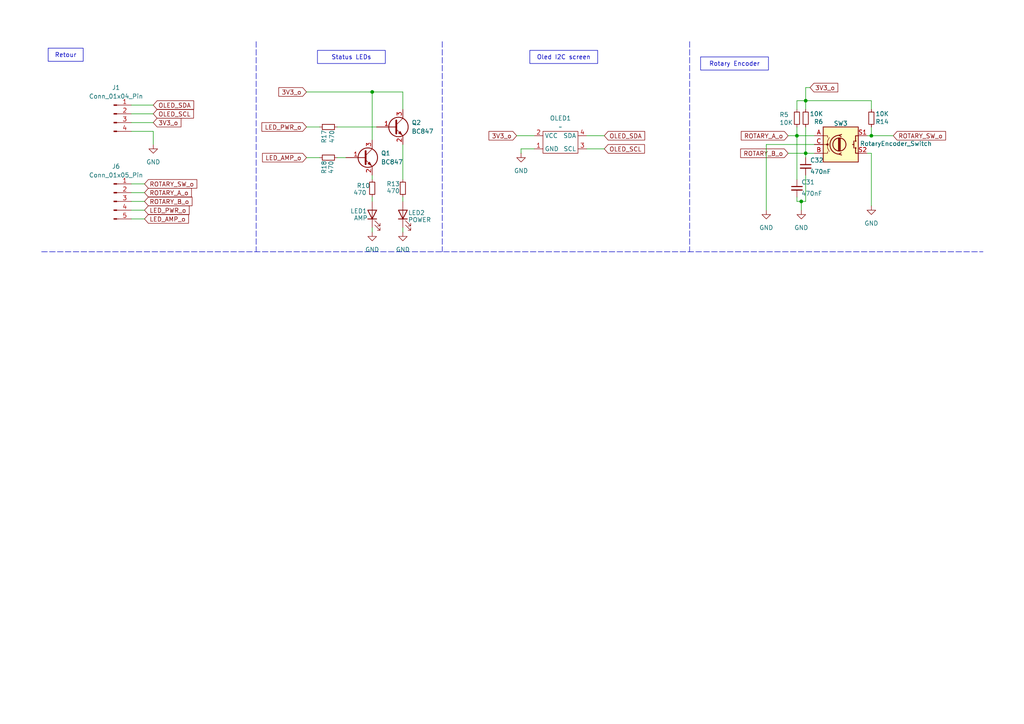
<source format=kicad_sch>
(kicad_sch
	(version 20231120)
	(generator "eeschema")
	(generator_version "8.0")
	(uuid "feb6789d-0c50-4b59-8dd6-08b85df4804b")
	(paper "A4")
	(lib_symbols
		(symbol "Connector:Conn_01x04_Pin"
			(pin_names
				(offset 1.016) hide)
			(exclude_from_sim no)
			(in_bom yes)
			(on_board yes)
			(property "Reference" "J"
				(at 0 5.08 0)
				(effects
					(font
						(size 1.27 1.27)
					)
				)
			)
			(property "Value" "Conn_01x04_Pin"
				(at 0 -7.62 0)
				(effects
					(font
						(size 1.27 1.27)
					)
				)
			)
			(property "Footprint" ""
				(at 0 0 0)
				(effects
					(font
						(size 1.27 1.27)
					)
					(hide yes)
				)
			)
			(property "Datasheet" "~"
				(at 0 0 0)
				(effects
					(font
						(size 1.27 1.27)
					)
					(hide yes)
				)
			)
			(property "Description" "Generic connector, single row, 01x04, script generated"
				(at 0 0 0)
				(effects
					(font
						(size 1.27 1.27)
					)
					(hide yes)
				)
			)
			(property "ki_locked" ""
				(at 0 0 0)
				(effects
					(font
						(size 1.27 1.27)
					)
				)
			)
			(property "ki_keywords" "connector"
				(at 0 0 0)
				(effects
					(font
						(size 1.27 1.27)
					)
					(hide yes)
				)
			)
			(property "ki_fp_filters" "Connector*:*_1x??_*"
				(at 0 0 0)
				(effects
					(font
						(size 1.27 1.27)
					)
					(hide yes)
				)
			)
			(symbol "Conn_01x04_Pin_1_1"
				(polyline
					(pts
						(xy 1.27 -5.08) (xy 0.8636 -5.08)
					)
					(stroke
						(width 0.1524)
						(type default)
					)
					(fill
						(type none)
					)
				)
				(polyline
					(pts
						(xy 1.27 -2.54) (xy 0.8636 -2.54)
					)
					(stroke
						(width 0.1524)
						(type default)
					)
					(fill
						(type none)
					)
				)
				(polyline
					(pts
						(xy 1.27 0) (xy 0.8636 0)
					)
					(stroke
						(width 0.1524)
						(type default)
					)
					(fill
						(type none)
					)
				)
				(polyline
					(pts
						(xy 1.27 2.54) (xy 0.8636 2.54)
					)
					(stroke
						(width 0.1524)
						(type default)
					)
					(fill
						(type none)
					)
				)
				(rectangle
					(start 0.8636 -4.953)
					(end 0 -5.207)
					(stroke
						(width 0.1524)
						(type default)
					)
					(fill
						(type outline)
					)
				)
				(rectangle
					(start 0.8636 -2.413)
					(end 0 -2.667)
					(stroke
						(width 0.1524)
						(type default)
					)
					(fill
						(type outline)
					)
				)
				(rectangle
					(start 0.8636 0.127)
					(end 0 -0.127)
					(stroke
						(width 0.1524)
						(type default)
					)
					(fill
						(type outline)
					)
				)
				(rectangle
					(start 0.8636 2.667)
					(end 0 2.413)
					(stroke
						(width 0.1524)
						(type default)
					)
					(fill
						(type outline)
					)
				)
				(pin passive line
					(at 5.08 2.54 180)
					(length 3.81)
					(name "Pin_1"
						(effects
							(font
								(size 1.27 1.27)
							)
						)
					)
					(number "1"
						(effects
							(font
								(size 1.27 1.27)
							)
						)
					)
				)
				(pin passive line
					(at 5.08 0 180)
					(length 3.81)
					(name "Pin_2"
						(effects
							(font
								(size 1.27 1.27)
							)
						)
					)
					(number "2"
						(effects
							(font
								(size 1.27 1.27)
							)
						)
					)
				)
				(pin passive line
					(at 5.08 -2.54 180)
					(length 3.81)
					(name "Pin_3"
						(effects
							(font
								(size 1.27 1.27)
							)
						)
					)
					(number "3"
						(effects
							(font
								(size 1.27 1.27)
							)
						)
					)
				)
				(pin passive line
					(at 5.08 -5.08 180)
					(length 3.81)
					(name "Pin_4"
						(effects
							(font
								(size 1.27 1.27)
							)
						)
					)
					(number "4"
						(effects
							(font
								(size 1.27 1.27)
							)
						)
					)
				)
			)
		)
		(symbol "Connector:Conn_01x05_Pin"
			(pin_names
				(offset 1.016) hide)
			(exclude_from_sim no)
			(in_bom yes)
			(on_board yes)
			(property "Reference" "J"
				(at 0 7.62 0)
				(effects
					(font
						(size 1.27 1.27)
					)
				)
			)
			(property "Value" "Conn_01x05_Pin"
				(at 0 -7.62 0)
				(effects
					(font
						(size 1.27 1.27)
					)
				)
			)
			(property "Footprint" ""
				(at 0 0 0)
				(effects
					(font
						(size 1.27 1.27)
					)
					(hide yes)
				)
			)
			(property "Datasheet" "~"
				(at 0 0 0)
				(effects
					(font
						(size 1.27 1.27)
					)
					(hide yes)
				)
			)
			(property "Description" "Generic connector, single row, 01x05, script generated"
				(at 0 0 0)
				(effects
					(font
						(size 1.27 1.27)
					)
					(hide yes)
				)
			)
			(property "ki_locked" ""
				(at 0 0 0)
				(effects
					(font
						(size 1.27 1.27)
					)
				)
			)
			(property "ki_keywords" "connector"
				(at 0 0 0)
				(effects
					(font
						(size 1.27 1.27)
					)
					(hide yes)
				)
			)
			(property "ki_fp_filters" "Connector*:*_1x??_*"
				(at 0 0 0)
				(effects
					(font
						(size 1.27 1.27)
					)
					(hide yes)
				)
			)
			(symbol "Conn_01x05_Pin_1_1"
				(polyline
					(pts
						(xy 1.27 -5.08) (xy 0.8636 -5.08)
					)
					(stroke
						(width 0.1524)
						(type default)
					)
					(fill
						(type none)
					)
				)
				(polyline
					(pts
						(xy 1.27 -2.54) (xy 0.8636 -2.54)
					)
					(stroke
						(width 0.1524)
						(type default)
					)
					(fill
						(type none)
					)
				)
				(polyline
					(pts
						(xy 1.27 0) (xy 0.8636 0)
					)
					(stroke
						(width 0.1524)
						(type default)
					)
					(fill
						(type none)
					)
				)
				(polyline
					(pts
						(xy 1.27 2.54) (xy 0.8636 2.54)
					)
					(stroke
						(width 0.1524)
						(type default)
					)
					(fill
						(type none)
					)
				)
				(polyline
					(pts
						(xy 1.27 5.08) (xy 0.8636 5.08)
					)
					(stroke
						(width 0.1524)
						(type default)
					)
					(fill
						(type none)
					)
				)
				(rectangle
					(start 0.8636 -4.953)
					(end 0 -5.207)
					(stroke
						(width 0.1524)
						(type default)
					)
					(fill
						(type outline)
					)
				)
				(rectangle
					(start 0.8636 -2.413)
					(end 0 -2.667)
					(stroke
						(width 0.1524)
						(type default)
					)
					(fill
						(type outline)
					)
				)
				(rectangle
					(start 0.8636 0.127)
					(end 0 -0.127)
					(stroke
						(width 0.1524)
						(type default)
					)
					(fill
						(type outline)
					)
				)
				(rectangle
					(start 0.8636 2.667)
					(end 0 2.413)
					(stroke
						(width 0.1524)
						(type default)
					)
					(fill
						(type outline)
					)
				)
				(rectangle
					(start 0.8636 5.207)
					(end 0 4.953)
					(stroke
						(width 0.1524)
						(type default)
					)
					(fill
						(type outline)
					)
				)
				(pin passive line
					(at 5.08 5.08 180)
					(length 3.81)
					(name "Pin_1"
						(effects
							(font
								(size 1.27 1.27)
							)
						)
					)
					(number "1"
						(effects
							(font
								(size 1.27 1.27)
							)
						)
					)
				)
				(pin passive line
					(at 5.08 2.54 180)
					(length 3.81)
					(name "Pin_2"
						(effects
							(font
								(size 1.27 1.27)
							)
						)
					)
					(number "2"
						(effects
							(font
								(size 1.27 1.27)
							)
						)
					)
				)
				(pin passive line
					(at 5.08 0 180)
					(length 3.81)
					(name "Pin_3"
						(effects
							(font
								(size 1.27 1.27)
							)
						)
					)
					(number "3"
						(effects
							(font
								(size 1.27 1.27)
							)
						)
					)
				)
				(pin passive line
					(at 5.08 -2.54 180)
					(length 3.81)
					(name "Pin_4"
						(effects
							(font
								(size 1.27 1.27)
							)
						)
					)
					(number "4"
						(effects
							(font
								(size 1.27 1.27)
							)
						)
					)
				)
				(pin passive line
					(at 5.08 -5.08 180)
					(length 3.81)
					(name "Pin_5"
						(effects
							(font
								(size 1.27 1.27)
							)
						)
					)
					(number "5"
						(effects
							(font
								(size 1.27 1.27)
							)
						)
					)
				)
			)
		)
		(symbol "Device:C_Small"
			(pin_numbers hide)
			(pin_names
				(offset 0.254) hide)
			(exclude_from_sim no)
			(in_bom yes)
			(on_board yes)
			(property "Reference" "C"
				(at 0.254 1.778 0)
				(effects
					(font
						(size 1.27 1.27)
					)
					(justify left)
				)
			)
			(property "Value" "C_Small"
				(at 0.254 -2.032 0)
				(effects
					(font
						(size 1.27 1.27)
					)
					(justify left)
				)
			)
			(property "Footprint" ""
				(at 0 0 0)
				(effects
					(font
						(size 1.27 1.27)
					)
					(hide yes)
				)
			)
			(property "Datasheet" "~"
				(at 0 0 0)
				(effects
					(font
						(size 1.27 1.27)
					)
					(hide yes)
				)
			)
			(property "Description" "Unpolarized capacitor, small symbol"
				(at 0 0 0)
				(effects
					(font
						(size 1.27 1.27)
					)
					(hide yes)
				)
			)
			(property "ki_keywords" "capacitor cap"
				(at 0 0 0)
				(effects
					(font
						(size 1.27 1.27)
					)
					(hide yes)
				)
			)
			(property "ki_fp_filters" "C_*"
				(at 0 0 0)
				(effects
					(font
						(size 1.27 1.27)
					)
					(hide yes)
				)
			)
			(symbol "C_Small_0_1"
				(polyline
					(pts
						(xy -1.524 -0.508) (xy 1.524 -0.508)
					)
					(stroke
						(width 0.3302)
						(type default)
					)
					(fill
						(type none)
					)
				)
				(polyline
					(pts
						(xy -1.524 0.508) (xy 1.524 0.508)
					)
					(stroke
						(width 0.3048)
						(type default)
					)
					(fill
						(type none)
					)
				)
			)
			(symbol "C_Small_1_1"
				(pin passive line
					(at 0 2.54 270)
					(length 2.032)
					(name "~"
						(effects
							(font
								(size 1.27 1.27)
							)
						)
					)
					(number "1"
						(effects
							(font
								(size 1.27 1.27)
							)
						)
					)
				)
				(pin passive line
					(at 0 -2.54 90)
					(length 2.032)
					(name "~"
						(effects
							(font
								(size 1.27 1.27)
							)
						)
					)
					(number "2"
						(effects
							(font
								(size 1.27 1.27)
							)
						)
					)
				)
			)
		)
		(symbol "Device:LED"
			(pin_numbers hide)
			(pin_names
				(offset 1.016) hide)
			(exclude_from_sim no)
			(in_bom yes)
			(on_board yes)
			(property "Reference" "D"
				(at 0 2.54 0)
				(effects
					(font
						(size 1.27 1.27)
					)
				)
			)
			(property "Value" "LED"
				(at 0 -2.54 0)
				(effects
					(font
						(size 1.27 1.27)
					)
				)
			)
			(property "Footprint" ""
				(at 0 0 0)
				(effects
					(font
						(size 1.27 1.27)
					)
					(hide yes)
				)
			)
			(property "Datasheet" "~"
				(at 0 0 0)
				(effects
					(font
						(size 1.27 1.27)
					)
					(hide yes)
				)
			)
			(property "Description" "Light emitting diode"
				(at 0 0 0)
				(effects
					(font
						(size 1.27 1.27)
					)
					(hide yes)
				)
			)
			(property "ki_keywords" "LED diode"
				(at 0 0 0)
				(effects
					(font
						(size 1.27 1.27)
					)
					(hide yes)
				)
			)
			(property "ki_fp_filters" "LED* LED_SMD:* LED_THT:*"
				(at 0 0 0)
				(effects
					(font
						(size 1.27 1.27)
					)
					(hide yes)
				)
			)
			(symbol "LED_0_1"
				(polyline
					(pts
						(xy -1.27 -1.27) (xy -1.27 1.27)
					)
					(stroke
						(width 0.254)
						(type default)
					)
					(fill
						(type none)
					)
				)
				(polyline
					(pts
						(xy -1.27 0) (xy 1.27 0)
					)
					(stroke
						(width 0)
						(type default)
					)
					(fill
						(type none)
					)
				)
				(polyline
					(pts
						(xy 1.27 -1.27) (xy 1.27 1.27) (xy -1.27 0) (xy 1.27 -1.27)
					)
					(stroke
						(width 0.254)
						(type default)
					)
					(fill
						(type none)
					)
				)
				(polyline
					(pts
						(xy -3.048 -0.762) (xy -4.572 -2.286) (xy -3.81 -2.286) (xy -4.572 -2.286) (xy -4.572 -1.524)
					)
					(stroke
						(width 0)
						(type default)
					)
					(fill
						(type none)
					)
				)
				(polyline
					(pts
						(xy -1.778 -0.762) (xy -3.302 -2.286) (xy -2.54 -2.286) (xy -3.302 -2.286) (xy -3.302 -1.524)
					)
					(stroke
						(width 0)
						(type default)
					)
					(fill
						(type none)
					)
				)
			)
			(symbol "LED_1_1"
				(pin passive line
					(at -3.81 0 0)
					(length 2.54)
					(name "K"
						(effects
							(font
								(size 1.27 1.27)
							)
						)
					)
					(number "1"
						(effects
							(font
								(size 1.27 1.27)
							)
						)
					)
				)
				(pin passive line
					(at 3.81 0 180)
					(length 2.54)
					(name "A"
						(effects
							(font
								(size 1.27 1.27)
							)
						)
					)
					(number "2"
						(effects
							(font
								(size 1.27 1.27)
							)
						)
					)
				)
			)
		)
		(symbol "Device:R_Small"
			(pin_numbers hide)
			(pin_names
				(offset 0.254) hide)
			(exclude_from_sim no)
			(in_bom yes)
			(on_board yes)
			(property "Reference" "R"
				(at 0.762 0.508 0)
				(effects
					(font
						(size 1.27 1.27)
					)
					(justify left)
				)
			)
			(property "Value" "R_Small"
				(at 0.762 -1.016 0)
				(effects
					(font
						(size 1.27 1.27)
					)
					(justify left)
				)
			)
			(property "Footprint" ""
				(at 0 0 0)
				(effects
					(font
						(size 1.27 1.27)
					)
					(hide yes)
				)
			)
			(property "Datasheet" "~"
				(at 0 0 0)
				(effects
					(font
						(size 1.27 1.27)
					)
					(hide yes)
				)
			)
			(property "Description" "Resistor, small symbol"
				(at 0 0 0)
				(effects
					(font
						(size 1.27 1.27)
					)
					(hide yes)
				)
			)
			(property "ki_keywords" "R resistor"
				(at 0 0 0)
				(effects
					(font
						(size 1.27 1.27)
					)
					(hide yes)
				)
			)
			(property "ki_fp_filters" "R_*"
				(at 0 0 0)
				(effects
					(font
						(size 1.27 1.27)
					)
					(hide yes)
				)
			)
			(symbol "R_Small_0_1"
				(rectangle
					(start -0.762 1.778)
					(end 0.762 -1.778)
					(stroke
						(width 0.2032)
						(type default)
					)
					(fill
						(type none)
					)
				)
			)
			(symbol "R_Small_1_1"
				(pin passive line
					(at 0 2.54 270)
					(length 0.762)
					(name "~"
						(effects
							(font
								(size 1.27 1.27)
							)
						)
					)
					(number "1"
						(effects
							(font
								(size 1.27 1.27)
							)
						)
					)
				)
				(pin passive line
					(at 0 -2.54 90)
					(length 0.762)
					(name "~"
						(effects
							(font
								(size 1.27 1.27)
							)
						)
					)
					(number "2"
						(effects
							(font
								(size 1.27 1.27)
							)
						)
					)
				)
			)
		)
		(symbol "Device:RotaryEncoder_Switch"
			(pin_names
				(offset 0.254) hide)
			(exclude_from_sim no)
			(in_bom yes)
			(on_board yes)
			(property "Reference" "SW"
				(at 0 6.604 0)
				(effects
					(font
						(size 1.27 1.27)
					)
				)
			)
			(property "Value" "RotaryEncoder_Switch"
				(at 0 -6.604 0)
				(effects
					(font
						(size 1.27 1.27)
					)
				)
			)
			(property "Footprint" ""
				(at -3.81 4.064 0)
				(effects
					(font
						(size 1.27 1.27)
					)
					(hide yes)
				)
			)
			(property "Datasheet" "~"
				(at 0 6.604 0)
				(effects
					(font
						(size 1.27 1.27)
					)
					(hide yes)
				)
			)
			(property "Description" "Rotary encoder, dual channel, incremental quadrate outputs, with switch"
				(at 0 0 0)
				(effects
					(font
						(size 1.27 1.27)
					)
					(hide yes)
				)
			)
			(property "ki_keywords" "rotary switch encoder switch push button"
				(at 0 0 0)
				(effects
					(font
						(size 1.27 1.27)
					)
					(hide yes)
				)
			)
			(property "ki_fp_filters" "RotaryEncoder*Switch*"
				(at 0 0 0)
				(effects
					(font
						(size 1.27 1.27)
					)
					(hide yes)
				)
			)
			(symbol "RotaryEncoder_Switch_0_1"
				(rectangle
					(start -5.08 5.08)
					(end 5.08 -5.08)
					(stroke
						(width 0.254)
						(type default)
					)
					(fill
						(type background)
					)
				)
				(circle
					(center -3.81 0)
					(radius 0.254)
					(stroke
						(width 0)
						(type default)
					)
					(fill
						(type outline)
					)
				)
				(circle
					(center -0.381 0)
					(radius 1.905)
					(stroke
						(width 0.254)
						(type default)
					)
					(fill
						(type none)
					)
				)
				(arc
					(start -0.381 2.667)
					(mid -3.0988 -0.0635)
					(end -0.381 -2.794)
					(stroke
						(width 0.254)
						(type default)
					)
					(fill
						(type none)
					)
				)
				(polyline
					(pts
						(xy -0.635 -1.778) (xy -0.635 1.778)
					)
					(stroke
						(width 0.254)
						(type default)
					)
					(fill
						(type none)
					)
				)
				(polyline
					(pts
						(xy -0.381 -1.778) (xy -0.381 1.778)
					)
					(stroke
						(width 0.254)
						(type default)
					)
					(fill
						(type none)
					)
				)
				(polyline
					(pts
						(xy -0.127 1.778) (xy -0.127 -1.778)
					)
					(stroke
						(width 0.254)
						(type default)
					)
					(fill
						(type none)
					)
				)
				(polyline
					(pts
						(xy 3.81 0) (xy 3.429 0)
					)
					(stroke
						(width 0.254)
						(type default)
					)
					(fill
						(type none)
					)
				)
				(polyline
					(pts
						(xy 3.81 1.016) (xy 3.81 -1.016)
					)
					(stroke
						(width 0.254)
						(type default)
					)
					(fill
						(type none)
					)
				)
				(polyline
					(pts
						(xy -5.08 -2.54) (xy -3.81 -2.54) (xy -3.81 -2.032)
					)
					(stroke
						(width 0)
						(type default)
					)
					(fill
						(type none)
					)
				)
				(polyline
					(pts
						(xy -5.08 2.54) (xy -3.81 2.54) (xy -3.81 2.032)
					)
					(stroke
						(width 0)
						(type default)
					)
					(fill
						(type none)
					)
				)
				(polyline
					(pts
						(xy 0.254 -3.048) (xy -0.508 -2.794) (xy 0.127 -2.413)
					)
					(stroke
						(width 0.254)
						(type default)
					)
					(fill
						(type none)
					)
				)
				(polyline
					(pts
						(xy 0.254 2.921) (xy -0.508 2.667) (xy 0.127 2.286)
					)
					(stroke
						(width 0.254)
						(type default)
					)
					(fill
						(type none)
					)
				)
				(polyline
					(pts
						(xy 5.08 -2.54) (xy 4.318 -2.54) (xy 4.318 -1.016)
					)
					(stroke
						(width 0.254)
						(type default)
					)
					(fill
						(type none)
					)
				)
				(polyline
					(pts
						(xy 5.08 2.54) (xy 4.318 2.54) (xy 4.318 1.016)
					)
					(stroke
						(width 0.254)
						(type default)
					)
					(fill
						(type none)
					)
				)
				(polyline
					(pts
						(xy -5.08 0) (xy -3.81 0) (xy -3.81 -1.016) (xy -3.302 -2.032)
					)
					(stroke
						(width 0)
						(type default)
					)
					(fill
						(type none)
					)
				)
				(polyline
					(pts
						(xy -4.318 0) (xy -3.81 0) (xy -3.81 1.016) (xy -3.302 2.032)
					)
					(stroke
						(width 0)
						(type default)
					)
					(fill
						(type none)
					)
				)
				(circle
					(center 4.318 -1.016)
					(radius 0.127)
					(stroke
						(width 0.254)
						(type default)
					)
					(fill
						(type none)
					)
				)
				(circle
					(center 4.318 1.016)
					(radius 0.127)
					(stroke
						(width 0.254)
						(type default)
					)
					(fill
						(type none)
					)
				)
			)
			(symbol "RotaryEncoder_Switch_1_1"
				(pin passive line
					(at -7.62 2.54 0)
					(length 2.54)
					(name "A"
						(effects
							(font
								(size 1.27 1.27)
							)
						)
					)
					(number "A"
						(effects
							(font
								(size 1.27 1.27)
							)
						)
					)
				)
				(pin passive line
					(at -7.62 -2.54 0)
					(length 2.54)
					(name "B"
						(effects
							(font
								(size 1.27 1.27)
							)
						)
					)
					(number "B"
						(effects
							(font
								(size 1.27 1.27)
							)
						)
					)
				)
				(pin passive line
					(at -7.62 0 0)
					(length 2.54)
					(name "C"
						(effects
							(font
								(size 1.27 1.27)
							)
						)
					)
					(number "C"
						(effects
							(font
								(size 1.27 1.27)
							)
						)
					)
				)
				(pin passive line
					(at 7.62 2.54 180)
					(length 2.54)
					(name "S1"
						(effects
							(font
								(size 1.27 1.27)
							)
						)
					)
					(number "S1"
						(effects
							(font
								(size 1.27 1.27)
							)
						)
					)
				)
				(pin passive line
					(at 7.62 -2.54 180)
					(length 2.54)
					(name "S2"
						(effects
							(font
								(size 1.27 1.27)
							)
						)
					)
					(number "S2"
						(effects
							(font
								(size 1.27 1.27)
							)
						)
					)
				)
			)
		)
		(symbol "Transistor_BJT:BC847"
			(pin_names
				(offset 0) hide)
			(exclude_from_sim no)
			(in_bom yes)
			(on_board yes)
			(property "Reference" "Q"
				(at 5.08 1.905 0)
				(effects
					(font
						(size 1.27 1.27)
					)
					(justify left)
				)
			)
			(property "Value" "BC847"
				(at 5.08 0 0)
				(effects
					(font
						(size 1.27 1.27)
					)
					(justify left)
				)
			)
			(property "Footprint" "Package_TO_SOT_SMD:SOT-23"
				(at 5.08 -1.905 0)
				(effects
					(font
						(size 1.27 1.27)
						(italic yes)
					)
					(justify left)
					(hide yes)
				)
			)
			(property "Datasheet" "http://www.infineon.com/dgdl/Infineon-BC847SERIES_BC848SERIES_BC849SERIES_BC850SERIES-DS-v01_01-en.pdf?fileId=db3a304314dca389011541d4630a1657"
				(at 0 0 0)
				(effects
					(font
						(size 1.27 1.27)
					)
					(justify left)
					(hide yes)
				)
			)
			(property "Description" "0.1A Ic, 45V Vce, NPN Transistor, SOT-23"
				(at 0 0 0)
				(effects
					(font
						(size 1.27 1.27)
					)
					(hide yes)
				)
			)
			(property "ki_keywords" "NPN Small Signal Transistor"
				(at 0 0 0)
				(effects
					(font
						(size 1.27 1.27)
					)
					(hide yes)
				)
			)
			(property "ki_fp_filters" "SOT?23*"
				(at 0 0 0)
				(effects
					(font
						(size 1.27 1.27)
					)
					(hide yes)
				)
			)
			(symbol "BC847_0_1"
				(polyline
					(pts
						(xy 0.635 0.635) (xy 2.54 2.54)
					)
					(stroke
						(width 0)
						(type default)
					)
					(fill
						(type none)
					)
				)
				(polyline
					(pts
						(xy 0.635 -0.635) (xy 2.54 -2.54) (xy 2.54 -2.54)
					)
					(stroke
						(width 0)
						(type default)
					)
					(fill
						(type none)
					)
				)
				(polyline
					(pts
						(xy 0.635 1.905) (xy 0.635 -1.905) (xy 0.635 -1.905)
					)
					(stroke
						(width 0.508)
						(type default)
					)
					(fill
						(type none)
					)
				)
				(polyline
					(pts
						(xy 1.27 -1.778) (xy 1.778 -1.27) (xy 2.286 -2.286) (xy 1.27 -1.778) (xy 1.27 -1.778)
					)
					(stroke
						(width 0)
						(type default)
					)
					(fill
						(type outline)
					)
				)
				(circle
					(center 1.27 0)
					(radius 2.8194)
					(stroke
						(width 0.254)
						(type default)
					)
					(fill
						(type none)
					)
				)
			)
			(symbol "BC847_1_1"
				(pin input line
					(at -5.08 0 0)
					(length 5.715)
					(name "B"
						(effects
							(font
								(size 1.27 1.27)
							)
						)
					)
					(number "1"
						(effects
							(font
								(size 1.27 1.27)
							)
						)
					)
				)
				(pin passive line
					(at 2.54 -5.08 90)
					(length 2.54)
					(name "E"
						(effects
							(font
								(size 1.27 1.27)
							)
						)
					)
					(number "2"
						(effects
							(font
								(size 1.27 1.27)
							)
						)
					)
				)
				(pin passive line
					(at 2.54 5.08 270)
					(length 2.54)
					(name "C"
						(effects
							(font
								(size 1.27 1.27)
							)
						)
					)
					(number "3"
						(effects
							(font
								(size 1.27 1.27)
							)
						)
					)
				)
			)
		)
		(symbol "local_lbr:OLED_128_32"
			(exclude_from_sim no)
			(in_bom yes)
			(on_board yes)
			(property "Reference" "OLED"
				(at -2.54 5.334 0)
				(effects
					(font
						(size 1.27 1.27)
					)
				)
			)
			(property "Value" ""
				(at 0 0 0)
				(effects
					(font
						(size 1.27 1.27)
					)
				)
			)
			(property "Footprint" ""
				(at 0 0 0)
				(effects
					(font
						(size 1.27 1.27)
					)
					(hide yes)
				)
			)
			(property "Datasheet" ""
				(at 0 0 0)
				(effects
					(font
						(size 1.27 1.27)
					)
					(hide yes)
				)
			)
			(property "Description" ""
				(at 0 0 0)
				(effects
					(font
						(size 1.27 1.27)
					)
					(hide yes)
				)
			)
			(symbol "OLED_128_32_0_1"
				(rectangle
					(start -5.08 3.81)
					(end 5.08 -2.54)
					(stroke
						(width 0)
						(type default)
					)
					(fill
						(type none)
					)
				)
			)
			(symbol "OLED_128_32_1_1"
				(pin power_in line
					(at -7.62 -1.27 0)
					(length 2.54)
					(name "GND"
						(effects
							(font
								(size 1.27 1.27)
							)
						)
					)
					(number "1"
						(effects
							(font
								(size 1.27 1.27)
							)
						)
					)
				)
				(pin power_in line
					(at -7.62 2.54 0)
					(length 2.54)
					(name "VCC"
						(effects
							(font
								(size 1.27 1.27)
							)
						)
					)
					(number "2"
						(effects
							(font
								(size 1.27 1.27)
							)
						)
					)
				)
				(pin input line
					(at 7.62 -1.27 180)
					(length 2.54)
					(name "SCL"
						(effects
							(font
								(size 1.27 1.27)
							)
						)
					)
					(number "3"
						(effects
							(font
								(size 1.27 1.27)
							)
						)
					)
				)
				(pin input line
					(at 7.62 2.54 180)
					(length 2.54)
					(name "SDA"
						(effects
							(font
								(size 1.27 1.27)
							)
						)
					)
					(number "4"
						(effects
							(font
								(size 1.27 1.27)
							)
						)
					)
				)
			)
		)
		(symbol "power:GND"
			(power)
			(pin_numbers hide)
			(pin_names
				(offset 0) hide)
			(exclude_from_sim no)
			(in_bom yes)
			(on_board yes)
			(property "Reference" "#PWR"
				(at 0 -6.35 0)
				(effects
					(font
						(size 1.27 1.27)
					)
					(hide yes)
				)
			)
			(property "Value" "GND"
				(at 0 -3.81 0)
				(effects
					(font
						(size 1.27 1.27)
					)
				)
			)
			(property "Footprint" ""
				(at 0 0 0)
				(effects
					(font
						(size 1.27 1.27)
					)
					(hide yes)
				)
			)
			(property "Datasheet" ""
				(at 0 0 0)
				(effects
					(font
						(size 1.27 1.27)
					)
					(hide yes)
				)
			)
			(property "Description" "Power symbol creates a global label with name \"GND\" , ground"
				(at 0 0 0)
				(effects
					(font
						(size 1.27 1.27)
					)
					(hide yes)
				)
			)
			(property "ki_keywords" "global power"
				(at 0 0 0)
				(effects
					(font
						(size 1.27 1.27)
					)
					(hide yes)
				)
			)
			(symbol "GND_0_1"
				(polyline
					(pts
						(xy 0 0) (xy 0 -1.27) (xy 1.27 -1.27) (xy 0 -2.54) (xy -1.27 -1.27) (xy 0 -1.27)
					)
					(stroke
						(width 0)
						(type default)
					)
					(fill
						(type none)
					)
				)
			)
			(symbol "GND_1_1"
				(pin power_in line
					(at 0 0 270)
					(length 0)
					(name "~"
						(effects
							(font
								(size 1.27 1.27)
							)
						)
					)
					(number "1"
						(effects
							(font
								(size 1.27 1.27)
							)
						)
					)
				)
			)
		)
	)
	(junction
		(at 233.68 29.21)
		(diameter 0)
		(color 0 0 0 0)
		(uuid "0bd5d639-2d08-4164-9762-7486db528bf6")
	)
	(junction
		(at 107.95 26.67)
		(diameter 0)
		(color 0 0 0 0)
		(uuid "17ffb63e-3e14-4b39-9f5e-eda275c24920")
	)
	(junction
		(at 231.14 39.37)
		(diameter 0)
		(color 0 0 0 0)
		(uuid "3aced594-4dd4-417e-9cd6-87a636f5ffa0")
	)
	(junction
		(at 233.68 44.45)
		(diameter 0)
		(color 0 0 0 0)
		(uuid "51e2b4f0-ff66-4584-90cd-76237e304f09")
	)
	(junction
		(at 252.73 39.37)
		(diameter 0)
		(color 0 0 0 0)
		(uuid "6e493b08-63db-4e86-b57e-10e09d55d1e5")
	)
	(junction
		(at 232.41 58.42)
		(diameter 0)
		(color 0 0 0 0)
		(uuid "877a6620-b10c-4dfd-b941-e08e5fff44c7")
	)
	(wire
		(pts
			(xy 38.1 63.5) (xy 41.91 63.5)
		)
		(stroke
			(width 0)
			(type default)
		)
		(uuid "0274d5ab-36e0-44b6-8f76-80f1bdbc45a5")
	)
	(wire
		(pts
			(xy 38.1 30.48) (xy 44.45 30.48)
		)
		(stroke
			(width 0)
			(type default)
		)
		(uuid "05192082-e0a5-4815-8cb0-3c6c93e71eec")
	)
	(wire
		(pts
			(xy 231.14 39.37) (xy 231.14 52.07)
		)
		(stroke
			(width 0)
			(type default)
		)
		(uuid "0631d847-f1c5-48fc-a427-e567c78e8869")
	)
	(wire
		(pts
			(xy 233.68 29.21) (xy 252.73 29.21)
		)
		(stroke
			(width 0)
			(type default)
		)
		(uuid "06c8951f-773b-4ec8-93f9-3c6a69016807")
	)
	(wire
		(pts
			(xy 116.84 66.04) (xy 116.84 67.31)
		)
		(stroke
			(width 0)
			(type default)
		)
		(uuid "144e5387-3163-4e5b-ac76-26c6b7f6a1f6")
	)
	(wire
		(pts
			(xy 107.95 50.8) (xy 107.95 52.07)
		)
		(stroke
			(width 0)
			(type default)
		)
		(uuid "15d79530-9002-43a8-94cf-19d5a4d814d5")
	)
	(wire
		(pts
			(xy 38.1 33.02) (xy 44.45 33.02)
		)
		(stroke
			(width 0)
			(type default)
		)
		(uuid "18b3abed-1c5c-448f-b1d2-f82e21fb65f3")
	)
	(wire
		(pts
			(xy 149.86 39.37) (xy 154.94 39.37)
		)
		(stroke
			(width 0)
			(type default)
		)
		(uuid "1db120a7-a3a7-4052-b07b-ac1ccbf4a565")
	)
	(wire
		(pts
			(xy 233.68 25.4) (xy 233.68 29.21)
		)
		(stroke
			(width 0)
			(type default)
		)
		(uuid "20eb8b52-1e6e-465b-8b29-75499b9a37e2")
	)
	(wire
		(pts
			(xy 38.1 35.56) (xy 44.45 35.56)
		)
		(stroke
			(width 0)
			(type default)
		)
		(uuid "21f01dd8-65f0-4bf9-b5e9-a2bce8ce2cd2")
	)
	(wire
		(pts
			(xy 107.95 57.15) (xy 107.95 58.42)
		)
		(stroke
			(width 0)
			(type default)
		)
		(uuid "22cdfaaf-29ee-49e1-8995-d4d74346d67e")
	)
	(wire
		(pts
			(xy 38.1 60.96) (xy 41.91 60.96)
		)
		(stroke
			(width 0)
			(type default)
		)
		(uuid "2388a4b4-8aed-431c-83be-22c35107e6fd")
	)
	(wire
		(pts
			(xy 233.68 36.83) (xy 233.68 44.45)
		)
		(stroke
			(width 0)
			(type default)
		)
		(uuid "264b464b-84b2-4275-9cd6-da4e037bfdd4")
	)
	(polyline
		(pts
			(xy 74.295 12.065) (xy 74.295 73.025)
		)
		(stroke
			(width 0)
			(type dash)
		)
		(uuid "2df5dcd1-76b8-46a3-8524-0bdf8650db8d")
	)
	(wire
		(pts
			(xy 231.14 39.37) (xy 236.22 39.37)
		)
		(stroke
			(width 0)
			(type default)
		)
		(uuid "3241c494-0d95-4179-b7d9-adab0bf94969")
	)
	(wire
		(pts
			(xy 233.68 44.45) (xy 236.22 44.45)
		)
		(stroke
			(width 0)
			(type default)
		)
		(uuid "3709365f-afb1-4139-9a9d-45e10382aa23")
	)
	(wire
		(pts
			(xy 151.13 44.45) (xy 151.13 43.18)
		)
		(stroke
			(width 0)
			(type default)
		)
		(uuid "380fdbb8-aa40-4191-af90-298f3fc1a7fb")
	)
	(wire
		(pts
			(xy 88.9 36.83) (xy 92.71 36.83)
		)
		(stroke
			(width 0)
			(type default)
		)
		(uuid "388decde-d7ca-4f6f-9065-2c4283ae3424")
	)
	(wire
		(pts
			(xy 107.95 40.64) (xy 107.95 26.67)
		)
		(stroke
			(width 0)
			(type default)
		)
		(uuid "4057ef75-b147-460b-b0de-c5864e8c979d")
	)
	(wire
		(pts
			(xy 116.84 52.07) (xy 116.84 41.91)
		)
		(stroke
			(width 0)
			(type default)
		)
		(uuid "44259d32-c7c7-4717-b331-adb9ba904fca")
	)
	(wire
		(pts
			(xy 116.84 57.15) (xy 116.84 58.42)
		)
		(stroke
			(width 0)
			(type default)
		)
		(uuid "49cf2b6a-5f43-4a95-95f6-58af9e15391a")
	)
	(wire
		(pts
			(xy 233.68 50.8) (xy 233.68 58.42)
		)
		(stroke
			(width 0)
			(type default)
		)
		(uuid "544fa18a-d9a5-456d-be58-ff4df9998d9e")
	)
	(wire
		(pts
			(xy 232.41 58.42) (xy 233.68 58.42)
		)
		(stroke
			(width 0)
			(type default)
		)
		(uuid "5f3ceb10-618b-48fe-b948-2b27b0795759")
	)
	(wire
		(pts
			(xy 231.14 29.21) (xy 231.14 31.75)
		)
		(stroke
			(width 0)
			(type default)
		)
		(uuid "659dfd6a-0b5e-4b63-b71e-7b25e946c5e4")
	)
	(wire
		(pts
			(xy 232.41 58.42) (xy 232.41 60.96)
		)
		(stroke
			(width 0)
			(type default)
		)
		(uuid "6725d775-2d6d-4626-bf89-d8cac6b520d9")
	)
	(wire
		(pts
			(xy 222.25 41.91) (xy 236.22 41.91)
		)
		(stroke
			(width 0)
			(type default)
		)
		(uuid "6faa86f3-5103-484c-94eb-da9040f7f1b5")
	)
	(wire
		(pts
			(xy 38.1 58.42) (xy 41.91 58.42)
		)
		(stroke
			(width 0)
			(type default)
		)
		(uuid "7833dd73-d666-47eb-95a7-1a56271f76af")
	)
	(wire
		(pts
			(xy 233.68 44.45) (xy 233.68 45.72)
		)
		(stroke
			(width 0)
			(type default)
		)
		(uuid "7aac0ade-b062-460e-9b45-76079abcbc2a")
	)
	(polyline
		(pts
			(xy 12.065 73.025) (xy 285.115 73.025)
		)
		(stroke
			(width 0)
			(type dash)
		)
		(uuid "7dce49dc-8218-48fd-a31f-5a722500cb71")
	)
	(polyline
		(pts
			(xy 128.27 12.065) (xy 128.27 73.025)
		)
		(stroke
			(width 0)
			(type dash)
		)
		(uuid "7f801015-aeb3-4ea4-baa2-5f3de4b4abda")
	)
	(wire
		(pts
			(xy 231.14 58.42) (xy 232.41 58.42)
		)
		(stroke
			(width 0)
			(type default)
		)
		(uuid "83c2f7f3-07ca-4e5e-8f84-ccee5a4af87b")
	)
	(wire
		(pts
			(xy 231.14 58.42) (xy 231.14 57.15)
		)
		(stroke
			(width 0)
			(type default)
		)
		(uuid "86e1a945-ea46-4b04-a417-0eed47b8fb61")
	)
	(wire
		(pts
			(xy 252.73 44.45) (xy 252.73 59.69)
		)
		(stroke
			(width 0)
			(type default)
		)
		(uuid "877f4ceb-62f6-46ac-971c-cb74323e1824")
	)
	(wire
		(pts
			(xy 252.73 39.37) (xy 259.08 39.37)
		)
		(stroke
			(width 0)
			(type default)
		)
		(uuid "a4f16d42-625e-4322-bae1-e18e1b5eb90d")
	)
	(wire
		(pts
			(xy 231.14 36.83) (xy 231.14 39.37)
		)
		(stroke
			(width 0)
			(type default)
		)
		(uuid "a6fd23f1-45ce-4d93-a66d-680c0f3ff611")
	)
	(wire
		(pts
			(xy 88.9 26.67) (xy 107.95 26.67)
		)
		(stroke
			(width 0)
			(type default)
		)
		(uuid "ad1b3f41-0711-42c0-a992-fb95369243ac")
	)
	(wire
		(pts
			(xy 107.95 66.04) (xy 107.95 67.31)
		)
		(stroke
			(width 0)
			(type default)
		)
		(uuid "b0291a61-b8b6-49ff-9736-adfed49c2bed")
	)
	(wire
		(pts
			(xy 151.13 43.18) (xy 154.94 43.18)
		)
		(stroke
			(width 0)
			(type default)
		)
		(uuid "b38226a9-36be-4653-b9af-22b10bb15fa2")
	)
	(wire
		(pts
			(xy 88.9 45.72) (xy 92.71 45.72)
		)
		(stroke
			(width 0)
			(type default)
		)
		(uuid "b8330696-eb67-458d-badc-527d6ed1f476")
	)
	(wire
		(pts
			(xy 222.25 60.96) (xy 222.25 41.91)
		)
		(stroke
			(width 0)
			(type default)
		)
		(uuid "bcce48e7-1281-421d-8c5d-b20e5ec9aaca")
	)
	(wire
		(pts
			(xy 97.79 45.72) (xy 100.33 45.72)
		)
		(stroke
			(width 0)
			(type default)
		)
		(uuid "bdb7bbe8-c5d7-4abe-8633-909c90bd480b")
	)
	(wire
		(pts
			(xy 252.73 36.83) (xy 252.73 39.37)
		)
		(stroke
			(width 0)
			(type default)
		)
		(uuid "be3bc678-4c59-454b-baf4-acd603e86cbf")
	)
	(polyline
		(pts
			(xy 200.025 12.065) (xy 200.025 73.025)
		)
		(stroke
			(width 0)
			(type dash)
		)
		(uuid "c2bac640-39f2-40b9-a13d-b65470fbb820")
	)
	(wire
		(pts
			(xy 38.1 53.34) (xy 41.91 53.34)
		)
		(stroke
			(width 0)
			(type default)
		)
		(uuid "c59229c1-7e59-41a6-b95d-30442da56a6f")
	)
	(wire
		(pts
			(xy 107.95 26.67) (xy 116.84 26.67)
		)
		(stroke
			(width 0)
			(type default)
		)
		(uuid "cf47f3d4-cdbe-479a-b9d3-26ddbffcd5c4")
	)
	(wire
		(pts
			(xy 97.79 36.83) (xy 109.22 36.83)
		)
		(stroke
			(width 0)
			(type default)
		)
		(uuid "cfbe5ae4-226b-4668-98fa-908d51ea0e80")
	)
	(wire
		(pts
			(xy 252.73 29.21) (xy 252.73 31.75)
		)
		(stroke
			(width 0)
			(type default)
		)
		(uuid "d45b8de0-ec07-4666-8121-dbfd13b225d1")
	)
	(wire
		(pts
			(xy 252.73 44.45) (xy 251.46 44.45)
		)
		(stroke
			(width 0)
			(type default)
		)
		(uuid "d871b33b-3f32-40c8-b0fd-dcb4e5a82536")
	)
	(wire
		(pts
			(xy 228.6 39.37) (xy 231.14 39.37)
		)
		(stroke
			(width 0)
			(type default)
		)
		(uuid "dc8bed9d-c453-4398-a32b-4d41424a56fb")
	)
	(wire
		(pts
			(xy 252.73 39.37) (xy 251.46 39.37)
		)
		(stroke
			(width 0)
			(type default)
		)
		(uuid "ddba8e68-8ea3-456e-85ba-bd850c10f603")
	)
	(wire
		(pts
			(xy 116.84 26.67) (xy 116.84 31.75)
		)
		(stroke
			(width 0)
			(type default)
		)
		(uuid "df16e601-f08b-4ae5-a67f-d3ca0cacd3f1")
	)
	(wire
		(pts
			(xy 38.1 55.88) (xy 41.91 55.88)
		)
		(stroke
			(width 0)
			(type default)
		)
		(uuid "e90b1fcf-60c9-4f0e-b01f-f0027c2c7e12")
	)
	(wire
		(pts
			(xy 234.95 25.4) (xy 233.68 25.4)
		)
		(stroke
			(width 0)
			(type default)
		)
		(uuid "eb8862b1-d763-4c7e-9158-c90ae155a758")
	)
	(wire
		(pts
			(xy 233.68 29.21) (xy 233.68 31.75)
		)
		(stroke
			(width 0)
			(type default)
		)
		(uuid "ecd0e3bc-d9ba-4ce6-a245-60659b5ad8b3")
	)
	(wire
		(pts
			(xy 228.6 44.45) (xy 233.68 44.45)
		)
		(stroke
			(width 0)
			(type default)
		)
		(uuid "ed501c59-45eb-43a6-91a3-1e6a3671a820")
	)
	(wire
		(pts
			(xy 44.45 38.1) (xy 38.1 38.1)
		)
		(stroke
			(width 0)
			(type default)
		)
		(uuid "ee2695f9-9df1-4938-bf4b-214a4a9adf71")
	)
	(wire
		(pts
			(xy 44.45 41.91) (xy 44.45 38.1)
		)
		(stroke
			(width 0)
			(type default)
		)
		(uuid "f184935c-07f6-4c8d-b8fb-2d048b245294")
	)
	(wire
		(pts
			(xy 170.18 39.37) (xy 175.26 39.37)
		)
		(stroke
			(width 0)
			(type default)
		)
		(uuid "f85b0573-d758-4dab-8c47-e14327aeee42")
	)
	(wire
		(pts
			(xy 170.18 43.18) (xy 175.26 43.18)
		)
		(stroke
			(width 0)
			(type default)
		)
		(uuid "fedfe7d1-b69b-4f69-9c10-5a21bf3048d9")
	)
	(wire
		(pts
			(xy 231.14 29.21) (xy 233.68 29.21)
		)
		(stroke
			(width 0)
			(type default)
		)
		(uuid "ff1ee2ca-d108-40fa-b813-61e71b108a82")
	)
	(text_box "Oled I2C screen"
		(exclude_from_sim no)
		(at 153.67 14.605 0)
		(size 19.685 3.81)
		(stroke
			(width 0)
			(type default)
		)
		(fill
			(type none)
		)
		(effects
			(font
				(size 1.27 1.27)
			)
		)
		(uuid "03cfc5aa-1f2a-4efe-bb1c-9d0bbb46cc68")
	)
	(text_box "Rotary Encoder"
		(exclude_from_sim no)
		(at 203.2 16.51 0)
		(size 19.685 3.81)
		(stroke
			(width 0)
			(type default)
		)
		(fill
			(type none)
		)
		(effects
			(font
				(size 1.27 1.27)
			)
		)
		(uuid "20e8ace4-a812-448b-b116-2df8a1649470")
	)
	(text_box "Retour"
		(exclude_from_sim no)
		(at 13.97 13.97 0)
		(size 10.16 3.81)
		(stroke
			(width 0)
			(type default)
		)
		(fill
			(type none)
		)
		(effects
			(font
				(size 1.27 1.27)
			)
			(href "#1")
		)
		(uuid "36c5792c-9855-45da-9940-02c46e2e4ea4")
	)
	(text_box "Status LEDs"
		(exclude_from_sim no)
		(at 92.075 14.605 0)
		(size 19.685 3.81)
		(stroke
			(width 0)
			(type default)
		)
		(fill
			(type none)
		)
		(effects
			(font
				(size 1.27 1.27)
			)
		)
		(uuid "8c723a22-24dd-4627-8ed7-9f78054492f4")
	)
	(global_label "3V3_o"
		(shape input)
		(at 88.9 26.67 180)
		(fields_autoplaced yes)
		(effects
			(font
				(size 1.27 1.27)
			)
			(justify right)
		)
		(uuid "0b11df66-deb6-4b19-a468-b8d52610154b")
		(property "Intersheetrefs" "${INTERSHEET_REFS}"
			(at 80.2906 26.67 0)
			(effects
				(font
					(size 1.27 1.27)
				)
				(justify right)
				(hide yes)
			)
		)
	)
	(global_label "3V3_o"
		(shape input)
		(at 149.86 39.37 180)
		(fields_autoplaced yes)
		(effects
			(font
				(size 1.27 1.27)
			)
			(justify right)
		)
		(uuid "0d3435ec-f7bc-44ba-a030-5fc27420a795")
		(property "Intersheetrefs" "${INTERSHEET_REFS}"
			(at 141.2506 39.37 0)
			(effects
				(font
					(size 1.27 1.27)
				)
				(justify right)
				(hide yes)
			)
		)
	)
	(global_label "OLED_SCL"
		(shape input)
		(at 44.45 33.02 0)
		(fields_autoplaced yes)
		(effects
			(font
				(size 1.27 1.27)
			)
			(justify left)
		)
		(uuid "20134459-1480-47c1-9a00-be022861263d")
		(property "Intersheetrefs" "${INTERSHEET_REFS}"
			(at 56.688 33.02 0)
			(effects
				(font
					(size 1.27 1.27)
				)
				(justify left)
				(hide yes)
			)
		)
	)
	(global_label "3V3_o"
		(shape input)
		(at 234.95 25.4 0)
		(fields_autoplaced yes)
		(effects
			(font
				(size 1.27 1.27)
			)
			(justify left)
		)
		(uuid "281ff797-2298-418c-a2dc-2017dbae01c5")
		(property "Intersheetrefs" "${INTERSHEET_REFS}"
			(at 243.5594 25.4 0)
			(effects
				(font
					(size 1.27 1.27)
				)
				(justify left)
				(hide yes)
			)
		)
	)
	(global_label "OLED_SDA"
		(shape input)
		(at 175.26 39.37 0)
		(fields_autoplaced yes)
		(effects
			(font
				(size 1.27 1.27)
			)
			(justify left)
		)
		(uuid "3591f615-5abb-4ca6-a51b-698eb0c4e9fe")
		(property "Intersheetrefs" "${INTERSHEET_REFS}"
			(at 187.5585 39.37 0)
			(effects
				(font
					(size 1.27 1.27)
				)
				(justify left)
				(hide yes)
			)
		)
	)
	(global_label "OLED_SDA"
		(shape input)
		(at 44.45 30.48 0)
		(fields_autoplaced yes)
		(effects
			(font
				(size 1.27 1.27)
			)
			(justify left)
		)
		(uuid "45fe22fc-832a-40de-96fa-47b94e471f8a")
		(property "Intersheetrefs" "${INTERSHEET_REFS}"
			(at 56.7485 30.48 0)
			(effects
				(font
					(size 1.27 1.27)
				)
				(justify left)
				(hide yes)
			)
		)
	)
	(global_label "ROTARY_A_o"
		(shape input)
		(at 228.6 39.37 180)
		(fields_autoplaced yes)
		(effects
			(font
				(size 1.27 1.27)
			)
			(justify right)
		)
		(uuid "46c0f944-7dca-4b39-9cae-82663a3f957a")
		(property "Intersheetrefs" "${INTERSHEET_REFS}"
			(at 214.4267 39.37 0)
			(effects
				(font
					(size 1.27 1.27)
				)
				(justify right)
				(hide yes)
			)
		)
	)
	(global_label "LED_AMP_o"
		(shape input)
		(at 88.9 45.72 180)
		(fields_autoplaced yes)
		(effects
			(font
				(size 1.27 1.27)
			)
			(justify right)
		)
		(uuid "5124c1bd-00a6-48e8-9504-9d785a769fb9")
		(property "Intersheetrefs" "${INTERSHEET_REFS}"
			(at 75.5735 45.72 0)
			(effects
				(font
					(size 1.27 1.27)
				)
				(justify right)
				(hide yes)
			)
		)
	)
	(global_label "OLED_SCL"
		(shape input)
		(at 175.26 43.18 0)
		(fields_autoplaced yes)
		(effects
			(font
				(size 1.27 1.27)
			)
			(justify left)
		)
		(uuid "6b60ba47-04ad-40e1-a65c-ea751c3744c5")
		(property "Intersheetrefs" "${INTERSHEET_REFS}"
			(at 187.498 43.18 0)
			(effects
				(font
					(size 1.27 1.27)
				)
				(justify left)
				(hide yes)
			)
		)
	)
	(global_label "ROTARY_B_o"
		(shape input)
		(at 228.6 44.45 180)
		(fields_autoplaced yes)
		(effects
			(font
				(size 1.27 1.27)
			)
			(justify right)
		)
		(uuid "85562f42-3785-4806-b83e-6ec8ea616630")
		(property "Intersheetrefs" "${INTERSHEET_REFS}"
			(at 214.2453 44.45 0)
			(effects
				(font
					(size 1.27 1.27)
				)
				(justify right)
				(hide yes)
			)
		)
	)
	(global_label "ROTARY_SW_o"
		(shape input)
		(at 41.91 53.34 0)
		(fields_autoplaced yes)
		(effects
			(font
				(size 1.27 1.27)
			)
			(justify left)
		)
		(uuid "8b3633e9-7542-44e8-82e2-db620c487598")
		(property "Intersheetrefs" "${INTERSHEET_REFS}"
			(at 57.6556 53.34 0)
			(effects
				(font
					(size 1.27 1.27)
				)
				(justify left)
				(hide yes)
			)
		)
	)
	(global_label "LED_AMP_o"
		(shape input)
		(at 41.91 63.5 0)
		(fields_autoplaced yes)
		(effects
			(font
				(size 1.27 1.27)
			)
			(justify left)
		)
		(uuid "92213dde-6487-46ca-bcfa-09a516f6e6bb")
		(property "Intersheetrefs" "${INTERSHEET_REFS}"
			(at 55.2365 63.5 0)
			(effects
				(font
					(size 1.27 1.27)
				)
				(justify left)
				(hide yes)
			)
		)
	)
	(global_label "ROTARY_B_o"
		(shape input)
		(at 41.91 58.42 0)
		(fields_autoplaced yes)
		(effects
			(font
				(size 1.27 1.27)
			)
			(justify left)
		)
		(uuid "92a5c436-14d4-4d4e-abe4-acc18b6c7845")
		(property "Intersheetrefs" "${INTERSHEET_REFS}"
			(at 56.2647 58.42 0)
			(effects
				(font
					(size 1.27 1.27)
				)
				(justify left)
				(hide yes)
			)
		)
	)
	(global_label "LED_PWR_o"
		(shape input)
		(at 41.91 60.96 0)
		(fields_autoplaced yes)
		(effects
			(font
				(size 1.27 1.27)
			)
			(justify left)
		)
		(uuid "9462a49d-c735-47f4-bf30-71dcaf210f19")
		(property "Intersheetrefs" "${INTERSHEET_REFS}"
			(at 55.4179 60.96 0)
			(effects
				(font
					(size 1.27 1.27)
				)
				(justify left)
				(hide yes)
			)
		)
	)
	(global_label "3V3_o"
		(shape input)
		(at 44.45 35.56 0)
		(fields_autoplaced yes)
		(effects
			(font
				(size 1.27 1.27)
			)
			(justify left)
		)
		(uuid "9700d9e1-098d-412c-8aa4-5c129732fb94")
		(property "Intersheetrefs" "${INTERSHEET_REFS}"
			(at 53.0594 35.56 0)
			(effects
				(font
					(size 1.27 1.27)
				)
				(justify left)
				(hide yes)
			)
		)
	)
	(global_label "ROTARY_SW_o"
		(shape input)
		(at 259.08 39.37 0)
		(fields_autoplaced yes)
		(effects
			(font
				(size 1.27 1.27)
			)
			(justify left)
		)
		(uuid "a6caf3dc-4bca-43fd-b76a-fa28531c9e4b")
		(property "Intersheetrefs" "${INTERSHEET_REFS}"
			(at 274.8256 39.37 0)
			(effects
				(font
					(size 1.27 1.27)
				)
				(justify left)
				(hide yes)
			)
		)
	)
	(global_label "ROTARY_A_o"
		(shape input)
		(at 41.91 55.88 0)
		(fields_autoplaced yes)
		(effects
			(font
				(size 1.27 1.27)
			)
			(justify left)
		)
		(uuid "b267be90-6636-47de-afaa-ce558f00f926")
		(property "Intersheetrefs" "${INTERSHEET_REFS}"
			(at 56.0833 55.88 0)
			(effects
				(font
					(size 1.27 1.27)
				)
				(justify left)
				(hide yes)
			)
		)
	)
	(global_label "LED_PWR_o"
		(shape input)
		(at 88.9 36.83 180)
		(fields_autoplaced yes)
		(effects
			(font
				(size 1.27 1.27)
			)
			(justify right)
		)
		(uuid "ca199ff5-0983-41e3-aefd-7ba064c74288")
		(property "Intersheetrefs" "${INTERSHEET_REFS}"
			(at 75.3921 36.83 0)
			(effects
				(font
					(size 1.27 1.27)
				)
				(justify right)
				(hide yes)
			)
		)
	)
	(symbol
		(lib_id "power:GND")
		(at 151.13 44.45 0)
		(unit 1)
		(exclude_from_sim no)
		(in_bom yes)
		(on_board yes)
		(dnp no)
		(fields_autoplaced yes)
		(uuid "067fe86f-aa2e-446c-82e5-e0c8b80aac7b")
		(property "Reference" "#PWR04"
			(at 151.13 50.8 0)
			(effects
				(font
					(size 1.27 1.27)
				)
				(hide yes)
			)
		)
		(property "Value" "GND"
			(at 151.13 49.53 0)
			(effects
				(font
					(size 1.27 1.27)
				)
			)
		)
		(property "Footprint" ""
			(at 151.13 44.45 0)
			(effects
				(font
					(size 1.27 1.27)
				)
				(hide yes)
			)
		)
		(property "Datasheet" ""
			(at 151.13 44.45 0)
			(effects
				(font
					(size 1.27 1.27)
				)
				(hide yes)
			)
		)
		(property "Description" "Power symbol creates a global label with name \"GND\" , ground"
			(at 151.13 44.45 0)
			(effects
				(font
					(size 1.27 1.27)
				)
				(hide yes)
			)
		)
		(pin "1"
			(uuid "d0303345-22df-493e-8989-f60d1e319a82")
		)
		(instances
			(project "LucaudioESP32_V1_2_0"
				(path "/e38181f9-45f6-4f8a-b82f-a9fdcbe21bf2/73fd9b48-a15c-4c0e-bf10-cb7127373769"
					(reference "#PWR04")
					(unit 1)
				)
			)
		)
	)
	(symbol
		(lib_id "Device:R_Small")
		(at 95.25 36.83 270)
		(unit 1)
		(exclude_from_sim no)
		(in_bom yes)
		(on_board yes)
		(dnp no)
		(uuid "09c458aa-4928-4bd9-bd83-9dca00bb49e3")
		(property "Reference" "R17"
			(at 93.98 39.624 0)
			(effects
				(font
					(size 1.27 1.27)
				)
			)
		)
		(property "Value" "470"
			(at 96.266 39.624 0)
			(effects
				(font
					(size 1.27 1.27)
				)
			)
		)
		(property "Footprint" "Resistor_SMD:R_0805_2012Metric_Pad1.20x1.40mm_HandSolder"
			(at 95.25 36.83 0)
			(effects
				(font
					(size 1.27 1.27)
				)
				(hide yes)
			)
		)
		(property "Datasheet" "~"
			(at 95.25 36.83 0)
			(effects
				(font
					(size 1.27 1.27)
				)
				(hide yes)
			)
		)
		(property "Description" "Resistor, small symbol"
			(at 95.25 36.83 0)
			(effects
				(font
					(size 1.27 1.27)
				)
				(hide yes)
			)
		)
		(pin "1"
			(uuid "e93fe00f-65a4-4b50-a478-395e81fbb7aa")
		)
		(pin "2"
			(uuid "6e5f4863-ed7f-4457-94b1-f45f697b03ce")
		)
		(instances
			(project "LucaudioESP32_V1_2_0"
				(path "/e38181f9-45f6-4f8a-b82f-a9fdcbe21bf2/73fd9b48-a15c-4c0e-bf10-cb7127373769"
					(reference "R17")
					(unit 1)
				)
			)
		)
	)
	(symbol
		(lib_id "Device:R_Small")
		(at 107.95 54.61 180)
		(unit 1)
		(exclude_from_sim no)
		(in_bom yes)
		(on_board yes)
		(dnp no)
		(uuid "1459cf4d-bb54-4695-9d13-82708591b2d9")
		(property "Reference" "R10"
			(at 105.41 53.848 0)
			(effects
				(font
					(size 1.27 1.27)
				)
			)
		)
		(property "Value" "470"
			(at 104.394 55.88 0)
			(effects
				(font
					(size 1.27 1.27)
				)
			)
		)
		(property "Footprint" "Resistor_SMD:R_0805_2012Metric_Pad1.20x1.40mm_HandSolder"
			(at 107.95 54.61 0)
			(effects
				(font
					(size 1.27 1.27)
				)
				(hide yes)
			)
		)
		(property "Datasheet" "~"
			(at 107.95 54.61 0)
			(effects
				(font
					(size 1.27 1.27)
				)
				(hide yes)
			)
		)
		(property "Description" "Resistor, small symbol"
			(at 107.95 54.61 0)
			(effects
				(font
					(size 1.27 1.27)
				)
				(hide yes)
			)
		)
		(pin "1"
			(uuid "294acc58-82d1-44fb-ae26-1f03594332a5")
		)
		(pin "2"
			(uuid "d217ea2d-5f77-4532-8870-0f4cb70a3da0")
		)
		(instances
			(project "LucaudioESP32_V1_2_0"
				(path "/e38181f9-45f6-4f8a-b82f-a9fdcbe21bf2/73fd9b48-a15c-4c0e-bf10-cb7127373769"
					(reference "R10")
					(unit 1)
				)
			)
		)
	)
	(symbol
		(lib_id "Device:R_Small")
		(at 233.68 34.29 180)
		(unit 1)
		(exclude_from_sim no)
		(in_bom yes)
		(on_board yes)
		(dnp no)
		(uuid "150a69c2-c03f-4fa2-9cd5-2ad40a4111f9")
		(property "Reference" "R6"
			(at 238.76 35.306 0)
			(effects
				(font
					(size 1.27 1.27)
				)
				(justify left)
			)
		)
		(property "Value" "10K"
			(at 238.76 33.02 0)
			(effects
				(font
					(size 1.27 1.27)
				)
				(justify left)
			)
		)
		(property "Footprint" "Resistor_SMD:R_0805_2012Metric_Pad1.20x1.40mm_HandSolder"
			(at 233.68 34.29 0)
			(effects
				(font
					(size 1.27 1.27)
				)
				(hide yes)
			)
		)
		(property "Datasheet" "~"
			(at 233.68 34.29 0)
			(effects
				(font
					(size 1.27 1.27)
				)
				(hide yes)
			)
		)
		(property "Description" "Resistor, small symbol"
			(at 233.68 34.29 0)
			(effects
				(font
					(size 1.27 1.27)
				)
				(hide yes)
			)
		)
		(pin "1"
			(uuid "8f10c35d-835f-42a2-9cd7-ae5c43844a2b")
		)
		(pin "2"
			(uuid "ab404cb6-9d6b-4c4f-bc5d-54c7ff180404")
		)
		(instances
			(project "LucaudioESP32_V1_2_0"
				(path "/e38181f9-45f6-4f8a-b82f-a9fdcbe21bf2/73fd9b48-a15c-4c0e-bf10-cb7127373769"
					(reference "R6")
					(unit 1)
				)
			)
		)
	)
	(symbol
		(lib_id "power:GND")
		(at 252.73 59.69 0)
		(unit 1)
		(exclude_from_sim no)
		(in_bom yes)
		(on_board yes)
		(dnp no)
		(fields_autoplaced yes)
		(uuid "18a07653-5401-43d7-ac6c-74c3a85cc049")
		(property "Reference" "#PWR06"
			(at 252.73 66.04 0)
			(effects
				(font
					(size 1.27 1.27)
				)
				(hide yes)
			)
		)
		(property "Value" "GND"
			(at 252.73 64.77 0)
			(effects
				(font
					(size 1.27 1.27)
				)
			)
		)
		(property "Footprint" ""
			(at 252.73 59.69 0)
			(effects
				(font
					(size 1.27 1.27)
				)
				(hide yes)
			)
		)
		(property "Datasheet" ""
			(at 252.73 59.69 0)
			(effects
				(font
					(size 1.27 1.27)
				)
				(hide yes)
			)
		)
		(property "Description" "Power symbol creates a global label with name \"GND\" , ground"
			(at 252.73 59.69 0)
			(effects
				(font
					(size 1.27 1.27)
				)
				(hide yes)
			)
		)
		(pin "1"
			(uuid "01259bbc-cc56-4876-900c-13c0b661a415")
		)
		(instances
			(project "LucaudioESP32_V1_2_0"
				(path "/e38181f9-45f6-4f8a-b82f-a9fdcbe21bf2/73fd9b48-a15c-4c0e-bf10-cb7127373769"
					(reference "#PWR06")
					(unit 1)
				)
			)
		)
	)
	(symbol
		(lib_id "Device:R_Small")
		(at 231.14 34.29 0)
		(unit 1)
		(exclude_from_sim no)
		(in_bom yes)
		(on_board yes)
		(dnp no)
		(uuid "3fe124b6-d200-40a0-8b7b-0637f12a494b")
		(property "Reference" "R5"
			(at 226.06 33.274 0)
			(effects
				(font
					(size 1.27 1.27)
				)
				(justify left)
			)
		)
		(property "Value" "10K"
			(at 226.06 35.56 0)
			(effects
				(font
					(size 1.27 1.27)
				)
				(justify left)
			)
		)
		(property "Footprint" "Resistor_SMD:R_0805_2012Metric_Pad1.20x1.40mm_HandSolder"
			(at 231.14 34.29 0)
			(effects
				(font
					(size 1.27 1.27)
				)
				(hide yes)
			)
		)
		(property "Datasheet" "~"
			(at 231.14 34.29 0)
			(effects
				(font
					(size 1.27 1.27)
				)
				(hide yes)
			)
		)
		(property "Description" "Resistor, small symbol"
			(at 231.14 34.29 0)
			(effects
				(font
					(size 1.27 1.27)
				)
				(hide yes)
			)
		)
		(pin "1"
			(uuid "91b14094-1ae9-42f8-83c9-39d925885784")
		)
		(pin "2"
			(uuid "c776128b-b061-494c-b7ab-f6ba81a2b366")
		)
		(instances
			(project "LucaudioESP32_V1_2_0"
				(path "/e38181f9-45f6-4f8a-b82f-a9fdcbe21bf2/73fd9b48-a15c-4c0e-bf10-cb7127373769"
					(reference "R5")
					(unit 1)
				)
			)
		)
	)
	(symbol
		(lib_id "power:GND")
		(at 116.84 67.31 0)
		(unit 1)
		(exclude_from_sim no)
		(in_bom yes)
		(on_board yes)
		(dnp no)
		(fields_autoplaced yes)
		(uuid "43f9970e-44b1-435f-9eda-e966bc954742")
		(property "Reference" "#PWR08"
			(at 116.84 73.66 0)
			(effects
				(font
					(size 1.27 1.27)
				)
				(hide yes)
			)
		)
		(property "Value" "GND"
			(at 116.84 72.39 0)
			(effects
				(font
					(size 1.27 1.27)
				)
			)
		)
		(property "Footprint" ""
			(at 116.84 67.31 0)
			(effects
				(font
					(size 1.27 1.27)
				)
				(hide yes)
			)
		)
		(property "Datasheet" ""
			(at 116.84 67.31 0)
			(effects
				(font
					(size 1.27 1.27)
				)
				(hide yes)
			)
		)
		(property "Description" "Power symbol creates a global label with name \"GND\" , ground"
			(at 116.84 67.31 0)
			(effects
				(font
					(size 1.27 1.27)
				)
				(hide yes)
			)
		)
		(pin "1"
			(uuid "0eb03c5b-7aa7-4a1b-8409-539f98471c88")
		)
		(instances
			(project "LucaudioESP32_V1_2_0"
				(path "/e38181f9-45f6-4f8a-b82f-a9fdcbe21bf2/73fd9b48-a15c-4c0e-bf10-cb7127373769"
					(reference "#PWR08")
					(unit 1)
				)
			)
		)
	)
	(symbol
		(lib_id "power:GND")
		(at 232.41 60.96 0)
		(unit 1)
		(exclude_from_sim no)
		(in_bom yes)
		(on_board yes)
		(dnp no)
		(fields_autoplaced yes)
		(uuid "4b53f26f-aa8d-44bd-a394-683b76c42b68")
		(property "Reference" "#PWR09"
			(at 232.41 67.31 0)
			(effects
				(font
					(size 1.27 1.27)
				)
				(hide yes)
			)
		)
		(property "Value" "GND"
			(at 232.41 66.04 0)
			(effects
				(font
					(size 1.27 1.27)
				)
			)
		)
		(property "Footprint" ""
			(at 232.41 60.96 0)
			(effects
				(font
					(size 1.27 1.27)
				)
				(hide yes)
			)
		)
		(property "Datasheet" ""
			(at 232.41 60.96 0)
			(effects
				(font
					(size 1.27 1.27)
				)
				(hide yes)
			)
		)
		(property "Description" "Power symbol creates a global label with name \"GND\" , ground"
			(at 232.41 60.96 0)
			(effects
				(font
					(size 1.27 1.27)
				)
				(hide yes)
			)
		)
		(pin "1"
			(uuid "75f8a406-37c7-4b9e-a593-bcd1a4d390fe")
		)
		(instances
			(project "LucaudioESP32_V1_2_0"
				(path "/e38181f9-45f6-4f8a-b82f-a9fdcbe21bf2/73fd9b48-a15c-4c0e-bf10-cb7127373769"
					(reference "#PWR09")
					(unit 1)
				)
			)
		)
	)
	(symbol
		(lib_id "power:GND")
		(at 107.95 67.31 0)
		(unit 1)
		(exclude_from_sim no)
		(in_bom yes)
		(on_board yes)
		(dnp no)
		(fields_autoplaced yes)
		(uuid "5a2f4a4c-09bf-43a0-8b2b-707c6a182f36")
		(property "Reference" "#PWR07"
			(at 107.95 73.66 0)
			(effects
				(font
					(size 1.27 1.27)
				)
				(hide yes)
			)
		)
		(property "Value" "GND"
			(at 107.95 72.39 0)
			(effects
				(font
					(size 1.27 1.27)
				)
			)
		)
		(property "Footprint" ""
			(at 107.95 67.31 0)
			(effects
				(font
					(size 1.27 1.27)
				)
				(hide yes)
			)
		)
		(property "Datasheet" ""
			(at 107.95 67.31 0)
			(effects
				(font
					(size 1.27 1.27)
				)
				(hide yes)
			)
		)
		(property "Description" "Power symbol creates a global label with name \"GND\" , ground"
			(at 107.95 67.31 0)
			(effects
				(font
					(size 1.27 1.27)
				)
				(hide yes)
			)
		)
		(pin "1"
			(uuid "23138e1b-2d6f-4d98-87f0-20832136fade")
		)
		(instances
			(project "LucaudioESP32_V1_2_0"
				(path "/e38181f9-45f6-4f8a-b82f-a9fdcbe21bf2/73fd9b48-a15c-4c0e-bf10-cb7127373769"
					(reference "#PWR07")
					(unit 1)
				)
			)
		)
	)
	(symbol
		(lib_id "Device:LED")
		(at 116.84 62.23 90)
		(unit 1)
		(exclude_from_sim no)
		(in_bom yes)
		(on_board yes)
		(dnp no)
		(uuid "5abf089f-0915-4dd9-8745-3a62e1c00b33")
		(property "Reference" "LED2"
			(at 118.364 61.722 90)
			(effects
				(font
					(size 1.27 1.27)
				)
				(justify right)
			)
		)
		(property "Value" "POWER"
			(at 118.364 63.754 90)
			(effects
				(font
					(size 1.27 1.27)
				)
				(justify right)
			)
		)
		(property "Footprint" "LED_SMD:LED_0805_2012Metric_Pad1.15x1.40mm_HandSolder"
			(at 116.84 62.23 0)
			(effects
				(font
					(size 1.27 1.27)
				)
				(hide yes)
			)
		)
		(property "Datasheet" "~"
			(at 116.84 62.23 0)
			(effects
				(font
					(size 1.27 1.27)
				)
				(hide yes)
			)
		)
		(property "Description" "Light emitting diode"
			(at 116.84 62.23 0)
			(effects
				(font
					(size 1.27 1.27)
				)
				(hide yes)
			)
		)
		(pin "1"
			(uuid "6a56ce21-81c4-4db2-a463-05ffeeb75bca")
		)
		(pin "2"
			(uuid "d1a3bef2-0c23-470d-946c-3c82ce7bdcd9")
		)
		(instances
			(project "LucaudioESP32_V1_2_0"
				(path "/e38181f9-45f6-4f8a-b82f-a9fdcbe21bf2/73fd9b48-a15c-4c0e-bf10-cb7127373769"
					(reference "LED2")
					(unit 1)
				)
			)
		)
	)
	(symbol
		(lib_id "Device:R_Small")
		(at 95.25 45.72 270)
		(unit 1)
		(exclude_from_sim no)
		(in_bom yes)
		(on_board yes)
		(dnp no)
		(uuid "5f5c075a-871c-4a40-bbc7-beaaa2e81b89")
		(property "Reference" "R18"
			(at 93.98 48.514 0)
			(effects
				(font
					(size 1.27 1.27)
				)
			)
		)
		(property "Value" "470"
			(at 96.012 48.514 0)
			(effects
				(font
					(size 1.27 1.27)
				)
			)
		)
		(property "Footprint" "Resistor_SMD:R_0805_2012Metric_Pad1.20x1.40mm_HandSolder"
			(at 95.25 45.72 0)
			(effects
				(font
					(size 1.27 1.27)
				)
				(hide yes)
			)
		)
		(property "Datasheet" "~"
			(at 95.25 45.72 0)
			(effects
				(font
					(size 1.27 1.27)
				)
				(hide yes)
			)
		)
		(property "Description" "Resistor, small symbol"
			(at 95.25 45.72 0)
			(effects
				(font
					(size 1.27 1.27)
				)
				(hide yes)
			)
		)
		(pin "1"
			(uuid "e5d713c8-87db-4300-8aac-e2f3c58df959")
		)
		(pin "2"
			(uuid "dcc4ff77-6609-4051-904b-828af2caba04")
		)
		(instances
			(project "LucaudioESP32_V1_2_0"
				(path "/e38181f9-45f6-4f8a-b82f-a9fdcbe21bf2/73fd9b48-a15c-4c0e-bf10-cb7127373769"
					(reference "R18")
					(unit 1)
				)
			)
		)
	)
	(symbol
		(lib_id "Connector:Conn_01x04_Pin")
		(at 33.02 33.02 0)
		(unit 1)
		(exclude_from_sim no)
		(in_bom yes)
		(on_board yes)
		(dnp no)
		(uuid "6903e06b-b635-46ba-ba33-023b04da98f1")
		(property "Reference" "J1"
			(at 33.655 25.4 0)
			(effects
				(font
					(size 1.27 1.27)
				)
			)
		)
		(property "Value" "Conn_01x04_Pin"
			(at 33.655 27.94 0)
			(effects
				(font
					(size 1.27 1.27)
				)
			)
		)
		(property "Footprint" "Connector_PinHeader_2.54mm:PinHeader_1x04_P2.54mm_Horizontal"
			(at 33.02 33.02 0)
			(effects
				(font
					(size 1.27 1.27)
				)
				(hide yes)
			)
		)
		(property "Datasheet" "~"
			(at 33.02 33.02 0)
			(effects
				(font
					(size 1.27 1.27)
				)
				(hide yes)
			)
		)
		(property "Description" "Generic connector, single row, 01x04, script generated"
			(at 33.02 33.02 0)
			(effects
				(font
					(size 1.27 1.27)
				)
				(hide yes)
			)
		)
		(pin "3"
			(uuid "1fa7ba7e-9f6f-4015-b7cf-1ce82894a407")
		)
		(pin "4"
			(uuid "57a2ae99-1447-4eda-8e11-0f61897876f4")
		)
		(pin "2"
			(uuid "63fe6151-33f0-4089-957f-8f62235819ef")
		)
		(pin "1"
			(uuid "be2096d5-7ca7-4c01-9588-08dc5a25f0e1")
		)
		(instances
			(project "LucaudioESP32_V1_2_0"
				(path "/e38181f9-45f6-4f8a-b82f-a9fdcbe21bf2/73fd9b48-a15c-4c0e-bf10-cb7127373769"
					(reference "J1")
					(unit 1)
				)
			)
		)
	)
	(symbol
		(lib_id "Device:RotaryEncoder_Switch")
		(at 243.84 41.91 0)
		(unit 1)
		(exclude_from_sim no)
		(in_bom yes)
		(on_board yes)
		(dnp no)
		(uuid "7b11b280-2805-4e10-a014-52f212badd4b")
		(property "Reference" "SW3"
			(at 243.84 35.814 0)
			(effects
				(font
					(size 1.27 1.27)
				)
			)
		)
		(property "Value" "RotaryEncoder_Switch"
			(at 259.842 41.656 0)
			(effects
				(font
					(size 1.27 1.27)
				)
			)
		)
		(property "Footprint" "Rotary_Encoder:RotaryEncoder_Alps_EC11E-Switch_Vertical_H20mm"
			(at 240.03 37.846 0)
			(effects
				(font
					(size 1.27 1.27)
				)
				(hide yes)
			)
		)
		(property "Datasheet" "~"
			(at 243.84 35.306 0)
			(effects
				(font
					(size 1.27 1.27)
				)
				(hide yes)
			)
		)
		(property "Description" "Rotary encoder, dual channel, incremental quadrate outputs, with switch"
			(at 243.84 41.91 0)
			(effects
				(font
					(size 1.27 1.27)
				)
				(hide yes)
			)
		)
		(pin "C"
			(uuid "fe358b69-c9fb-4571-ad62-f00529597d86")
		)
		(pin "A"
			(uuid "a6695b6e-286b-43ac-bf99-234d60c4c7d0")
		)
		(pin "S1"
			(uuid "e7c7636d-1961-4c4a-b5b6-21462ce0c203")
		)
		(pin "S2"
			(uuid "cd3c9a92-1233-4730-b8ea-12fc1049dc3f")
		)
		(pin "B"
			(uuid "64bba3a7-cebf-4e5f-a8b8-f3bae72e72f4")
		)
		(instances
			(project "LucaudioESP32_V1_2_0"
				(path "/e38181f9-45f6-4f8a-b82f-a9fdcbe21bf2/73fd9b48-a15c-4c0e-bf10-cb7127373769"
					(reference "SW3")
					(unit 1)
				)
			)
		)
	)
	(symbol
		(lib_id "Transistor_BJT:BC847")
		(at 114.3 36.83 0)
		(unit 1)
		(exclude_from_sim no)
		(in_bom yes)
		(on_board yes)
		(dnp no)
		(fields_autoplaced yes)
		(uuid "7f5d778e-7fc8-462f-8fd1-72f1c7d7c7cf")
		(property "Reference" "Q2"
			(at 119.38 35.5599 0)
			(effects
				(font
					(size 1.27 1.27)
				)
				(justify left)
			)
		)
		(property "Value" "BC847"
			(at 119.38 38.0999 0)
			(effects
				(font
					(size 1.27 1.27)
				)
				(justify left)
			)
		)
		(property "Footprint" "Package_TO_SOT_SMD:SOT-23"
			(at 119.38 38.735 0)
			(effects
				(font
					(size 1.27 1.27)
					(italic yes)
				)
				(justify left)
				(hide yes)
			)
		)
		(property "Datasheet" "http://www.infineon.com/dgdl/Infineon-BC847SERIES_BC848SERIES_BC849SERIES_BC850SERIES-DS-v01_01-en.pdf?fileId=db3a304314dca389011541d4630a1657"
			(at 114.3 36.83 0)
			(effects
				(font
					(size 1.27 1.27)
				)
				(justify left)
				(hide yes)
			)
		)
		(property "Description" "0.1A Ic, 45V Vce, NPN Transistor, SOT-23"
			(at 114.3 36.83 0)
			(effects
				(font
					(size 1.27 1.27)
				)
				(hide yes)
			)
		)
		(pin "1"
			(uuid "9b28fafa-c38d-444c-be1a-0766f79a3b65")
		)
		(pin "3"
			(uuid "0436513a-dabd-447f-a4ec-f768073bb9b1")
		)
		(pin "2"
			(uuid "1e6afcf0-84df-4eee-a952-87a199489c01")
		)
		(instances
			(project "LucaudioESP32_V1_2_0"
				(path "/e38181f9-45f6-4f8a-b82f-a9fdcbe21bf2/73fd9b48-a15c-4c0e-bf10-cb7127373769"
					(reference "Q2")
					(unit 1)
				)
			)
		)
	)
	(symbol
		(lib_id "Device:LED")
		(at 107.95 62.23 90)
		(unit 1)
		(exclude_from_sim no)
		(in_bom yes)
		(on_board yes)
		(dnp no)
		(uuid "832e7d20-21b8-445a-b3a3-1cba0974b7e9")
		(property "Reference" "LED1"
			(at 101.6 61.214 90)
			(effects
				(font
					(size 1.27 1.27)
				)
				(justify right)
			)
		)
		(property "Value" "AMP"
			(at 102.616 63.246 90)
			(effects
				(font
					(size 1.27 1.27)
				)
				(justify right)
			)
		)
		(property "Footprint" "LED_SMD:LED_0805_2012Metric_Pad1.15x1.40mm_HandSolder"
			(at 107.95 62.23 0)
			(effects
				(font
					(size 1.27 1.27)
				)
				(hide yes)
			)
		)
		(property "Datasheet" "~"
			(at 107.95 62.23 0)
			(effects
				(font
					(size 1.27 1.27)
				)
				(hide yes)
			)
		)
		(property "Description" "Light emitting diode"
			(at 107.95 62.23 0)
			(effects
				(font
					(size 1.27 1.27)
				)
				(hide yes)
			)
		)
		(pin "1"
			(uuid "2d1c5ed7-6579-4fbf-96f7-9e701bac7d2f")
		)
		(pin "2"
			(uuid "af0432b6-fc1c-444f-bbea-e1bd70c303fc")
		)
		(instances
			(project "LucaudioESP32_V1_2_0"
				(path "/e38181f9-45f6-4f8a-b82f-a9fdcbe21bf2/73fd9b48-a15c-4c0e-bf10-cb7127373769"
					(reference "LED1")
					(unit 1)
				)
			)
		)
	)
	(symbol
		(lib_id "Device:C_Small")
		(at 231.14 54.61 0)
		(unit 1)
		(exclude_from_sim no)
		(in_bom yes)
		(on_board yes)
		(dnp no)
		(uuid "846855a7-3b71-41a0-b25f-41b1117ae0ff")
		(property "Reference" "C31"
			(at 232.41 52.832 0)
			(effects
				(font
					(size 1.27 1.27)
				)
				(justify left)
			)
		)
		(property "Value" "470nF"
			(at 232.41 56.134 0)
			(effects
				(font
					(size 1.27 1.27)
				)
				(justify left)
			)
		)
		(property "Footprint" "Capacitor_SMD:C_0805_2012Metric_Pad1.18x1.45mm_HandSolder"
			(at 231.14 54.61 0)
			(effects
				(font
					(size 1.27 1.27)
				)
				(hide yes)
			)
		)
		(property "Datasheet" "~"
			(at 231.14 54.61 0)
			(effects
				(font
					(size 1.27 1.27)
				)
				(hide yes)
			)
		)
		(property "Description" "Unpolarized capacitor, small symbol"
			(at 231.14 54.61 0)
			(effects
				(font
					(size 1.27 1.27)
				)
				(hide yes)
			)
		)
		(pin "2"
			(uuid "4423a1a3-9622-4caa-81dd-a526c3ad4194")
		)
		(pin "1"
			(uuid "6937175c-78ac-4645-9c72-aa6aa0ecfbd4")
		)
		(instances
			(project "LucaudioESP32_V1_2_0"
				(path "/e38181f9-45f6-4f8a-b82f-a9fdcbe21bf2/73fd9b48-a15c-4c0e-bf10-cb7127373769"
					(reference "C31")
					(unit 1)
				)
			)
		)
	)
	(symbol
		(lib_id "Device:R_Small")
		(at 116.84 54.61 180)
		(unit 1)
		(exclude_from_sim no)
		(in_bom yes)
		(on_board yes)
		(dnp no)
		(uuid "9f9fd797-76df-4766-962a-3e710eabc704")
		(property "Reference" "R13"
			(at 114.046 53.34 0)
			(effects
				(font
					(size 1.27 1.27)
				)
			)
		)
		(property "Value" "470"
			(at 114.046 55.372 0)
			(effects
				(font
					(size 1.27 1.27)
				)
			)
		)
		(property "Footprint" "Resistor_SMD:R_0805_2012Metric_Pad1.20x1.40mm_HandSolder"
			(at 116.84 54.61 0)
			(effects
				(font
					(size 1.27 1.27)
				)
				(hide yes)
			)
		)
		(property "Datasheet" "~"
			(at 116.84 54.61 0)
			(effects
				(font
					(size 1.27 1.27)
				)
				(hide yes)
			)
		)
		(property "Description" "Resistor, small symbol"
			(at 116.84 54.61 0)
			(effects
				(font
					(size 1.27 1.27)
				)
				(hide yes)
			)
		)
		(pin "1"
			(uuid "48663e42-0c85-42d8-947d-8fdc802be0a3")
		)
		(pin "2"
			(uuid "94048c95-f33d-4c4a-adcf-896b155a78b9")
		)
		(instances
			(project "LucaudioESP32_V1_2_0"
				(path "/e38181f9-45f6-4f8a-b82f-a9fdcbe21bf2/73fd9b48-a15c-4c0e-bf10-cb7127373769"
					(reference "R13")
					(unit 1)
				)
			)
		)
	)
	(symbol
		(lib_id "power:GND")
		(at 44.45 41.91 0)
		(unit 1)
		(exclude_from_sim no)
		(in_bom yes)
		(on_board yes)
		(dnp no)
		(fields_autoplaced yes)
		(uuid "b7c5a022-bfce-4784-8462-98379734e0dc")
		(property "Reference" "#PWR03"
			(at 44.45 48.26 0)
			(effects
				(font
					(size 1.27 1.27)
				)
				(hide yes)
			)
		)
		(property "Value" "GND"
			(at 44.45 46.99 0)
			(effects
				(font
					(size 1.27 1.27)
				)
			)
		)
		(property "Footprint" ""
			(at 44.45 41.91 0)
			(effects
				(font
					(size 1.27 1.27)
				)
				(hide yes)
			)
		)
		(property "Datasheet" ""
			(at 44.45 41.91 0)
			(effects
				(font
					(size 1.27 1.27)
				)
				(hide yes)
			)
		)
		(property "Description" "Power symbol creates a global label with name \"GND\" , ground"
			(at 44.45 41.91 0)
			(effects
				(font
					(size 1.27 1.27)
				)
				(hide yes)
			)
		)
		(pin "1"
			(uuid "d573a0d3-08be-4457-8fd9-6d8e2e5ee745")
		)
		(instances
			(project "LucaudioESP32_V1_2_0"
				(path "/e38181f9-45f6-4f8a-b82f-a9fdcbe21bf2/73fd9b48-a15c-4c0e-bf10-cb7127373769"
					(reference "#PWR03")
					(unit 1)
				)
			)
		)
	)
	(symbol
		(lib_id "Connector:Conn_01x05_Pin")
		(at 33.02 58.42 0)
		(unit 1)
		(exclude_from_sim no)
		(in_bom yes)
		(on_board yes)
		(dnp no)
		(fields_autoplaced yes)
		(uuid "b847528d-89d4-40f2-b864-b02eb33bbf7c")
		(property "Reference" "J6"
			(at 33.655 48.26 0)
			(effects
				(font
					(size 1.27 1.27)
				)
			)
		)
		(property "Value" "Conn_01x05_Pin"
			(at 33.655 50.8 0)
			(effects
				(font
					(size 1.27 1.27)
				)
			)
		)
		(property "Footprint" "Connector_PinHeader_2.54mm:PinHeader_1x05_P2.54mm_Horizontal"
			(at 33.02 58.42 0)
			(effects
				(font
					(size 1.27 1.27)
				)
				(hide yes)
			)
		)
		(property "Datasheet" "~"
			(at 33.02 58.42 0)
			(effects
				(font
					(size 1.27 1.27)
				)
				(hide yes)
			)
		)
		(property "Description" "Generic connector, single row, 01x05, script generated"
			(at 33.02 58.42 0)
			(effects
				(font
					(size 1.27 1.27)
				)
				(hide yes)
			)
		)
		(pin "1"
			(uuid "1ce41912-971a-4a01-8590-499b2126ad9b")
		)
		(pin "3"
			(uuid "8793b9d4-acfc-4a45-9d84-a25c7320e4a5")
		)
		(pin "4"
			(uuid "fafeceb7-4caf-4303-b0e8-9065389a7137")
		)
		(pin "2"
			(uuid "c688fae1-ee39-4c82-b1cc-69af68e4ab91")
		)
		(pin "5"
			(uuid "adb0ef0b-47c0-479e-b0d5-10d546ce563b")
		)
		(instances
			(project "LucaudioESP32_V1_2_0"
				(path "/e38181f9-45f6-4f8a-b82f-a9fdcbe21bf2/73fd9b48-a15c-4c0e-bf10-cb7127373769"
					(reference "J6")
					(unit 1)
				)
			)
		)
	)
	(symbol
		(lib_id "Device:R_Small")
		(at 252.73 34.29 180)
		(unit 1)
		(exclude_from_sim no)
		(in_bom yes)
		(on_board yes)
		(dnp no)
		(uuid "b9e6bce0-a1ab-4b4f-8a7e-69ca3bc3a63c")
		(property "Reference" "R14"
			(at 257.81 35.306 0)
			(effects
				(font
					(size 1.27 1.27)
				)
				(justify left)
			)
		)
		(property "Value" "10K"
			(at 257.81 33.02 0)
			(effects
				(font
					(size 1.27 1.27)
				)
				(justify left)
			)
		)
		(property "Footprint" "Resistor_SMD:R_0805_2012Metric_Pad1.20x1.40mm_HandSolder"
			(at 252.73 34.29 0)
			(effects
				(font
					(size 1.27 1.27)
				)
				(hide yes)
			)
		)
		(property "Datasheet" "~"
			(at 252.73 34.29 0)
			(effects
				(font
					(size 1.27 1.27)
				)
				(hide yes)
			)
		)
		(property "Description" "Resistor, small symbol"
			(at 252.73 34.29 0)
			(effects
				(font
					(size 1.27 1.27)
				)
				(hide yes)
			)
		)
		(pin "1"
			(uuid "73f3b093-553c-4794-9427-c8b9cc2577c8")
		)
		(pin "2"
			(uuid "f571bcd0-fb18-4ee3-a65f-00d9c9ef56c3")
		)
		(instances
			(project "LucaudioESP32_V1_2_0"
				(path "/e38181f9-45f6-4f8a-b82f-a9fdcbe21bf2/73fd9b48-a15c-4c0e-bf10-cb7127373769"
					(reference "R14")
					(unit 1)
				)
			)
		)
	)
	(symbol
		(lib_id "Device:C_Small")
		(at 233.68 48.26 0)
		(unit 1)
		(exclude_from_sim no)
		(in_bom yes)
		(on_board yes)
		(dnp no)
		(uuid "cd1d8829-8206-44ff-94c6-afe9e84c3960")
		(property "Reference" "C32"
			(at 234.95 46.482 0)
			(effects
				(font
					(size 1.27 1.27)
				)
				(justify left)
			)
		)
		(property "Value" "470nF"
			(at 234.95 49.784 0)
			(effects
				(font
					(size 1.27 1.27)
				)
				(justify left)
			)
		)
		(property "Footprint" "Capacitor_SMD:C_0805_2012Metric_Pad1.18x1.45mm_HandSolder"
			(at 233.68 48.26 0)
			(effects
				(font
					(size 1.27 1.27)
				)
				(hide yes)
			)
		)
		(property "Datasheet" "~"
			(at 233.68 48.26 0)
			(effects
				(font
					(size 1.27 1.27)
				)
				(hide yes)
			)
		)
		(property "Description" "Unpolarized capacitor, small symbol"
			(at 233.68 48.26 0)
			(effects
				(font
					(size 1.27 1.27)
				)
				(hide yes)
			)
		)
		(pin "2"
			(uuid "30b642d9-6c72-47d8-ad96-d14a5ea443cd")
		)
		(pin "1"
			(uuid "331fa669-1e1e-489a-abce-e6e86a8ad22a")
		)
		(instances
			(project "LucaudioESP32_V1_2_0"
				(path "/e38181f9-45f6-4f8a-b82f-a9fdcbe21bf2/73fd9b48-a15c-4c0e-bf10-cb7127373769"
					(reference "C32")
					(unit 1)
				)
			)
		)
	)
	(symbol
		(lib_id "power:GND")
		(at 222.25 60.96 0)
		(unit 1)
		(exclude_from_sim no)
		(in_bom yes)
		(on_board yes)
		(dnp no)
		(fields_autoplaced yes)
		(uuid "d5b641e9-385e-4d57-b061-d547ce35c7c7")
		(property "Reference" "#PWR05"
			(at 222.25 67.31 0)
			(effects
				(font
					(size 1.27 1.27)
				)
				(hide yes)
			)
		)
		(property "Value" "GND"
			(at 222.25 66.04 0)
			(effects
				(font
					(size 1.27 1.27)
				)
			)
		)
		(property "Footprint" ""
			(at 222.25 60.96 0)
			(effects
				(font
					(size 1.27 1.27)
				)
				(hide yes)
			)
		)
		(property "Datasheet" ""
			(at 222.25 60.96 0)
			(effects
				(font
					(size 1.27 1.27)
				)
				(hide yes)
			)
		)
		(property "Description" "Power symbol creates a global label with name \"GND\" , ground"
			(at 222.25 60.96 0)
			(effects
				(font
					(size 1.27 1.27)
				)
				(hide yes)
			)
		)
		(pin "1"
			(uuid "228b7c70-79a7-436e-9e85-6e7e5b9b378c")
		)
		(instances
			(project "LucaudioESP32_V1_2_0"
				(path "/e38181f9-45f6-4f8a-b82f-a9fdcbe21bf2/73fd9b48-a15c-4c0e-bf10-cb7127373769"
					(reference "#PWR05")
					(unit 1)
				)
			)
		)
	)
	(symbol
		(lib_id "Transistor_BJT:BC847")
		(at 105.41 45.72 0)
		(unit 1)
		(exclude_from_sim no)
		(in_bom yes)
		(on_board yes)
		(dnp no)
		(fields_autoplaced yes)
		(uuid "de4f065b-1233-49b3-a3b1-ac4f22b6b26b")
		(property "Reference" "Q1"
			(at 110.49 44.4499 0)
			(effects
				(font
					(size 1.27 1.27)
				)
				(justify left)
			)
		)
		(property "Value" "BC847"
			(at 110.49 46.9899 0)
			(effects
				(font
					(size 1.27 1.27)
				)
				(justify left)
			)
		)
		(property "Footprint" "Package_TO_SOT_SMD:SOT-23"
			(at 110.49 47.625 0)
			(effects
				(font
					(size 1.27 1.27)
					(italic yes)
				)
				(justify left)
				(hide yes)
			)
		)
		(property "Datasheet" "http://www.infineon.com/dgdl/Infineon-BC847SERIES_BC848SERIES_BC849SERIES_BC850SERIES-DS-v01_01-en.pdf?fileId=db3a304314dca389011541d4630a1657"
			(at 105.41 45.72 0)
			(effects
				(font
					(size 1.27 1.27)
				)
				(justify left)
				(hide yes)
			)
		)
		(property "Description" "0.1A Ic, 45V Vce, NPN Transistor, SOT-23"
			(at 105.41 45.72 0)
			(effects
				(font
					(size 1.27 1.27)
				)
				(hide yes)
			)
		)
		(pin "1"
			(uuid "09420e9e-699c-4338-96d2-e9ee471d5c02")
		)
		(pin "3"
			(uuid "04ed926f-1e82-410f-a8de-8105d7687115")
		)
		(pin "2"
			(uuid "7ed12c08-10c2-44c8-bf89-9c48ef3d31bc")
		)
		(instances
			(project "LucaudioESP32_V1_2_0"
				(path "/e38181f9-45f6-4f8a-b82f-a9fdcbe21bf2/73fd9b48-a15c-4c0e-bf10-cb7127373769"
					(reference "Q1")
					(unit 1)
				)
			)
		)
	)
	(symbol
		(lib_id "local_lbr:OLED_128_32")
		(at 162.56 41.91 0)
		(unit 1)
		(exclude_from_sim no)
		(in_bom yes)
		(on_board yes)
		(dnp no)
		(fields_autoplaced yes)
		(uuid "fe90e2f9-a243-42fb-b4db-250f82d950c7")
		(property "Reference" "OLED1"
			(at 162.56 34.29 0)
			(effects
				(font
					(size 1.27 1.27)
				)
			)
		)
		(property "Value" "~"
			(at 162.56 36.83 0)
			(effects
				(font
					(size 1.27 1.27)
				)
			)
		)
		(property "Footprint" "local_lbr:OLED_128_32"
			(at 162.56 41.91 0)
			(effects
				(font
					(size 1.27 1.27)
				)
				(hide yes)
			)
		)
		(property "Datasheet" ""
			(at 162.56 41.91 0)
			(effects
				(font
					(size 1.27 1.27)
				)
				(hide yes)
			)
		)
		(property "Description" ""
			(at 162.56 41.91 0)
			(effects
				(font
					(size 1.27 1.27)
				)
				(hide yes)
			)
		)
		(pin "2"
			(uuid "5e9007c0-f2c7-47d9-a81b-15d5a43f6ebc")
		)
		(pin "1"
			(uuid "7fea78d5-5cc6-49eb-b6c2-3af1ccfd62b8")
		)
		(pin "4"
			(uuid "4fef7eca-c4fe-4f27-bc45-0e1e26c5ccdd")
		)
		(pin "3"
			(uuid "f5f12426-5f3e-4e05-8c55-5d8eba7fd43a")
		)
		(instances
			(project "LucaudioESP32_V1_2_0"
				(path "/e38181f9-45f6-4f8a-b82f-a9fdcbe21bf2/73fd9b48-a15c-4c0e-bf10-cb7127373769"
					(reference "OLED1")
					(unit 1)
				)
			)
		)
	)
)
</source>
